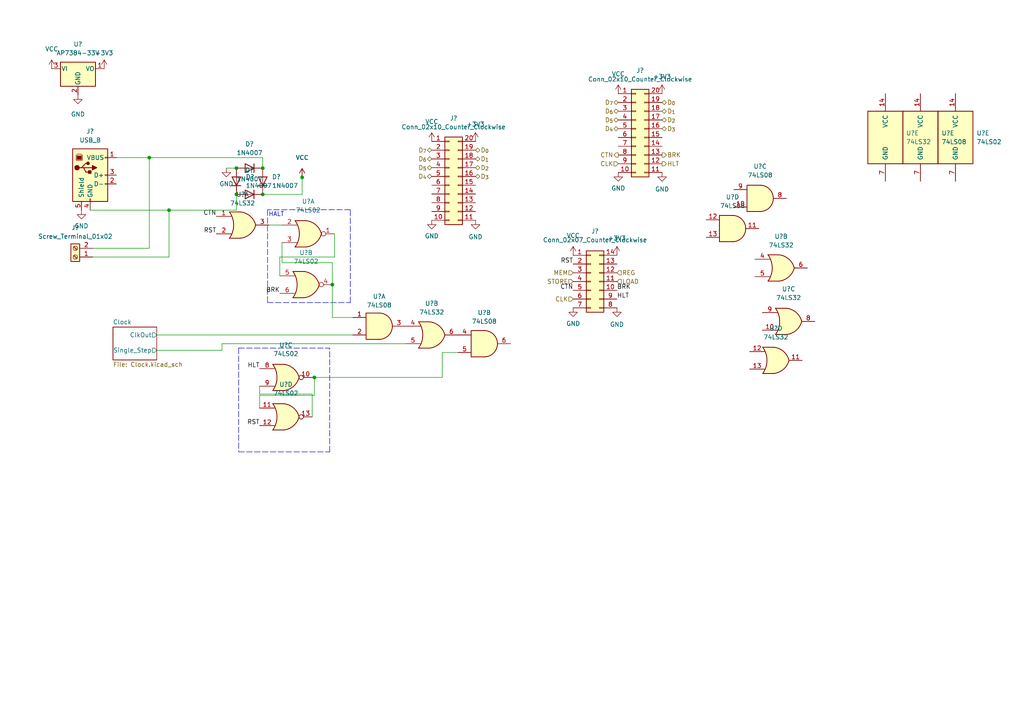
<source format=kicad_sch>
(kicad_sch (version 20211123) (generator eeschema)
  (paper "A4")
  (lib_symbols
    (symbol "74xx:74LS02" (pin_names (offset 1.016))
      (property "Reference" "U" (at 0 1.27 0))
      (property "Value" "74LS02" (at 0 -1.27 0))
      (symbol "74LS02_1_1"
        (arc (start -3.81 -3.81) (mid -2.589 0) (end -3.81 3.81) (stroke (width 0.254)))
        (arc (start -0.6096 -3.81) (mid 2.1855 -2.584) (end 3.81 0) (stroke (width 0.254)) (fill (type background)))
        (polyline (pts (xy -3.81 -3.81) (xy -0.635 -3.81)) (stroke (width 0.254)) (fill (type background)))
        (polyline (pts (xy -3.81 3.81) (xy -0.635 3.81)) (stroke (width 0.254)) (fill (type background)))
        (polyline (pts (xy -0.635 3.81) (xy -3.81 3.81) (xy -3.81 3.81) (xy -3.556 3.4036) (xy -3.0226 2.2606) (xy -2.6924 1.0414) (xy -2.6162 -0.254) (xy -2.7686 -1.4986) (xy -3.175 -2.7178) (xy -3.81 -3.81) (xy -3.81 -3.81) (xy -0.635 -3.81)) (stroke (width -25.4)) (fill (type background)))
        (arc (start 3.81 0) (mid 2.1928 2.5925) (end -0.6096 3.81) (stroke (width 0.254)) (fill (type background)))
        (pin output inverted (at 7.62 0 180) (length 3.81) (name "~") (number "1"))
        (pin input line (at -7.62 2.54 0) (length 4.318) (name "~") (number "2"))
        (pin input line (at -7.62 -2.54 0) (length 4.318) (name "~") (number "3"))
      )
      (symbol "74LS02_1_2"
        (arc (start 0 -3.81) (mid 3.81 0) (end 0 3.81) (stroke (width 0.254)) (fill (type background)))
        (polyline (pts (xy 0 3.81) (xy -3.81 3.81) (xy -3.81 -3.81) (xy 0 -3.81)) (stroke (width 0.254)) (fill (type background)))
        (pin output line (at 7.62 0 180) (length 3.81) (name "~") (number "1"))
        (pin input inverted (at -7.62 2.54 0) (length 3.81) (name "~") (number "2"))
        (pin input inverted (at -7.62 -2.54 0) (length 3.81) (name "~") (number "3"))
      )
      (symbol "74LS02_2_1"
        (arc (start -3.81 -3.81) (mid -2.589 0) (end -3.81 3.81) (stroke (width 0.254)))
        (arc (start -0.6096 -3.81) (mid 2.1855 -2.584) (end 3.81 0) (stroke (width 0.254)) (fill (type background)))
        (polyline (pts (xy -3.81 -3.81) (xy -0.635 -3.81)) (stroke (width 0.254)) (fill (type background)))
        (polyline (pts (xy -3.81 3.81) (xy -0.635 3.81)) (stroke (width 0.254)) (fill (type background)))
        (polyline (pts (xy -0.635 3.81) (xy -3.81 3.81) (xy -3.81 3.81) (xy -3.556 3.4036) (xy -3.0226 2.2606) (xy -2.6924 1.0414) (xy -2.6162 -0.254) (xy -2.7686 -1.4986) (xy -3.175 -2.7178) (xy -3.81 -3.81) (xy -3.81 -3.81) (xy -0.635 -3.81)) (stroke (width -25.4)) (fill (type background)))
        (arc (start 3.81 0) (mid 2.1928 2.5925) (end -0.6096 3.81) (stroke (width 0.254)) (fill (type background)))
        (pin output inverted (at 7.62 0 180) (length 3.81) (name "~") (number "4"))
        (pin input line (at -7.62 2.54 0) (length 4.318) (name "~") (number "5"))
        (pin input line (at -7.62 -2.54 0) (length 4.318) (name "~") (number "6"))
      )
      (symbol "74LS02_2_2"
        (arc (start 0 -3.81) (mid 3.81 0) (end 0 3.81) (stroke (width 0.254)) (fill (type background)))
        (polyline (pts (xy 0 3.81) (xy -3.81 3.81) (xy -3.81 -3.81) (xy 0 -3.81)) (stroke (width 0.254)) (fill (type background)))
        (pin output line (at 7.62 0 180) (length 3.81) (name "~") (number "4"))
        (pin input inverted (at -7.62 2.54 0) (length 3.81) (name "~") (number "5"))
        (pin input inverted (at -7.62 -2.54 0) (length 3.81) (name "~") (number "6"))
      )
      (symbol "74LS02_3_1"
        (arc (start -3.81 -3.81) (mid -2.589 0) (end -3.81 3.81) (stroke (width 0.254)))
        (arc (start -0.6096 -3.81) (mid 2.1855 -2.584) (end 3.81 0) (stroke (width 0.254)) (fill (type background)))
        (polyline (pts (xy -3.81 -3.81) (xy -0.635 -3.81)) (stroke (width 0.254)) (fill (type background)))
        (polyline (pts (xy -3.81 3.81) (xy -0.635 3.81)) (stroke (width 0.254)) (fill (type background)))
        (polyline (pts (xy -0.635 3.81) (xy -3.81 3.81) (xy -3.81 3.81) (xy -3.556 3.4036) (xy -3.0226 2.2606) (xy -2.6924 1.0414) (xy -2.6162 -0.254) (xy -2.7686 -1.4986) (xy -3.175 -2.7178) (xy -3.81 -3.81) (xy -3.81 -3.81) (xy -0.635 -3.81)) (stroke (width -25.4)) (fill (type background)))
        (arc (start 3.81 0) (mid 2.1928 2.5925) (end -0.6096 3.81) (stroke (width 0.254)) (fill (type background)))
        (pin output inverted (at 7.62 0 180) (length 3.81) (name "~") (number "10"))
        (pin input line (at -7.62 2.54 0) (length 4.318) (name "~") (number "8"))
        (pin input line (at -7.62 -2.54 0) (length 4.318) (name "~") (number "9"))
      )
      (symbol "74LS02_3_2"
        (arc (start 0 -3.81) (mid 3.81 0) (end 0 3.81) (stroke (width 0.254)) (fill (type background)))
        (polyline (pts (xy 0 3.81) (xy -3.81 3.81) (xy -3.81 -3.81) (xy 0 -3.81)) (stroke (width 0.254)) (fill (type background)))
        (pin output line (at 7.62 0 180) (length 3.81) (name "~") (number "10"))
        (pin input inverted (at -7.62 2.54 0) (length 3.81) (name "~") (number "8"))
        (pin input inverted (at -7.62 -2.54 0) (length 3.81) (name "~") (number "9"))
      )
      (symbol "74LS02_4_1"
        (arc (start -3.81 -3.81) (mid -2.589 0) (end -3.81 3.81) (stroke (width 0.254)))
        (arc (start -0.6096 -3.81) (mid 2.1855 -2.584) (end 3.81 0) (stroke (width 0.254)) (fill (type background)))
        (polyline (pts (xy -3.81 -3.81) (xy -0.635 -3.81)) (stroke (width 0.254)) (fill (type background)))
        (polyline (pts (xy -3.81 3.81) (xy -0.635 3.81)) (stroke (width 0.254)) (fill (type background)))
        (polyline (pts (xy -0.635 3.81) (xy -3.81 3.81) (xy -3.81 3.81) (xy -3.556 3.4036) (xy -3.0226 2.2606) (xy -2.6924 1.0414) (xy -2.6162 -0.254) (xy -2.7686 -1.4986) (xy -3.175 -2.7178) (xy -3.81 -3.81) (xy -3.81 -3.81) (xy -0.635 -3.81)) (stroke (width -25.4)) (fill (type background)))
        (arc (start 3.81 0) (mid 2.1928 2.5925) (end -0.6096 3.81) (stroke (width 0.254)) (fill (type background)))
        (pin input line (at -7.62 2.54 0) (length 4.318) (name "~") (number "11"))
        (pin input line (at -7.62 -2.54 0) (length 4.318) (name "~") (number "12"))
        (pin output inverted (at 7.62 0 180) (length 3.81) (name "~") (number "13"))
      )
      (symbol "74LS02_4_2"
        (arc (start 0 -3.81) (mid 3.81 0) (end 0 3.81) (stroke (width 0.254)) (fill (type background)))
        (polyline (pts (xy 0 3.81) (xy -3.81 3.81) (xy -3.81 -3.81) (xy 0 -3.81)) (stroke (width 0.254)) (fill (type background)))
        (pin input inverted (at -7.62 2.54 0) (length 3.81) (name "~") (number "11"))
        (pin input inverted (at -7.62 -2.54 0) (length 3.81) (name "~") (number "12"))
        (pin output line (at 7.62 0 180) (length 3.81) (name "~") (number "13"))
      )
      (symbol "74LS02_5_0"
        (pin power_in line (at 0 12.7 270) (length 5.08) (name "VCC") (number "14"))
        (pin power_in line (at 0 -12.7 90) (length 5.08) (name "GND") (number "7"))
      )
      (symbol "74LS02_5_1"
        (rectangle (start -5.08 7.62) (end 5.08 -7.62) (stroke (width 0.254)) (fill (type background)))
      )
    )
    (symbol "74xx:74LS08" (pin_names (offset 1.016))
      (property "Reference" "U" (at 0 1.27 0))
      (property "Value" "74LS08" (at 0 -1.27 0))
      (symbol "74LS08_1_1"
        (arc (start 0 -3.81) (mid 3.81 0) (end 0 3.81) (stroke (width 0.254)) (fill (type background)))
        (polyline (pts (xy 0 3.81) (xy -3.81 3.81) (xy -3.81 -3.81) (xy 0 -3.81)) (stroke (width 0.254)) (fill (type background)))
        (pin input line (at -7.62 2.54 0) (length 3.81) (name "~") (number "1"))
        (pin input line (at -7.62 -2.54 0) (length 3.81) (name "~") (number "2"))
        (pin output line (at 7.62 0 180) (length 3.81) (name "~") (number "3"))
      )
      (symbol "74LS08_1_2"
        (arc (start -3.81 -3.81) (mid -2.589 0) (end -3.81 3.81) (stroke (width 0.254)))
        (arc (start -0.6096 -3.81) (mid 2.1855 -2.584) (end 3.81 0) (stroke (width 0.254)) (fill (type background)))
        (polyline (pts (xy -3.81 -3.81) (xy -0.635 -3.81)) (stroke (width 0.254)) (fill (type background)))
        (polyline (pts (xy -3.81 3.81) (xy -0.635 3.81)) (stroke (width 0.254)) (fill (type background)))
        (polyline (pts (xy -0.635 3.81) (xy -3.81 3.81) (xy -3.81 3.81) (xy -3.556 3.4036) (xy -3.0226 2.2606) (xy -2.6924 1.0414) (xy -2.6162 -0.254) (xy -2.7686 -1.4986) (xy -3.175 -2.7178) (xy -3.81 -3.81) (xy -3.81 -3.81) (xy -0.635 -3.81)) (stroke (width -25.4)) (fill (type background)))
        (arc (start 3.81 0) (mid 2.1928 2.5925) (end -0.6096 3.81) (stroke (width 0.254)) (fill (type background)))
        (pin input inverted (at -7.62 2.54 0) (length 4.318) (name "~") (number "1"))
        (pin input inverted (at -7.62 -2.54 0) (length 4.318) (name "~") (number "2"))
        (pin output inverted (at 7.62 0 180) (length 3.81) (name "~") (number "3"))
      )
      (symbol "74LS08_2_1"
        (arc (start 0 -3.81) (mid 3.81 0) (end 0 3.81) (stroke (width 0.254)) (fill (type background)))
        (polyline (pts (xy 0 3.81) (xy -3.81 3.81) (xy -3.81 -3.81) (xy 0 -3.81)) (stroke (width 0.254)) (fill (type background)))
        (pin input line (at -7.62 2.54 0) (length 3.81) (name "~") (number "4"))
        (pin input line (at -7.62 -2.54 0) (length 3.81) (name "~") (number "5"))
        (pin output line (at 7.62 0 180) (length 3.81) (name "~") (number "6"))
      )
      (symbol "74LS08_2_2"
        (arc (start -3.81 -3.81) (mid -2.589 0) (end -3.81 3.81) (stroke (width 0.254)))
        (arc (start -0.6096 -3.81) (mid 2.1855 -2.584) (end 3.81 0) (stroke (width 0.254)) (fill (type background)))
        (polyline (pts (xy -3.81 -3.81) (xy -0.635 -3.81)) (stroke (width 0.254)) (fill (type background)))
        (polyline (pts (xy -3.81 3.81) (xy -0.635 3.81)) (stroke (width 0.254)) (fill (type background)))
        (polyline (pts (xy -0.635 3.81) (xy -3.81 3.81) (xy -3.81 3.81) (xy -3.556 3.4036) (xy -3.0226 2.2606) (xy -2.6924 1.0414) (xy -2.6162 -0.254) (xy -2.7686 -1.4986) (xy -3.175 -2.7178) (xy -3.81 -3.81) (xy -3.81 -3.81) (xy -0.635 -3.81)) (stroke (width -25.4)) (fill (type background)))
        (arc (start 3.81 0) (mid 2.1928 2.5925) (end -0.6096 3.81) (stroke (width 0.254)) (fill (type background)))
        (pin input inverted (at -7.62 2.54 0) (length 4.318) (name "~") (number "4"))
        (pin input inverted (at -7.62 -2.54 0) (length 4.318) (name "~") (number "5"))
        (pin output inverted (at 7.62 0 180) (length 3.81) (name "~") (number "6"))
      )
      (symbol "74LS08_3_1"
        (arc (start 0 -3.81) (mid 3.81 0) (end 0 3.81) (stroke (width 0.254)) (fill (type background)))
        (polyline (pts (xy 0 3.81) (xy -3.81 3.81) (xy -3.81 -3.81) (xy 0 -3.81)) (stroke (width 0.254)) (fill (type background)))
        (pin input line (at -7.62 -2.54 0) (length 3.81) (name "~") (number "10"))
        (pin output line (at 7.62 0 180) (length 3.81) (name "~") (number "8"))
        (pin input line (at -7.62 2.54 0) (length 3.81) (name "~") (number "9"))
      )
      (symbol "74LS08_3_2"
        (arc (start -3.81 -3.81) (mid -2.589 0) (end -3.81 3.81) (stroke (width 0.254)))
        (arc (start -0.6096 -3.81) (mid 2.1855 -2.584) (end 3.81 0) (stroke (width 0.254)) (fill (type background)))
        (polyline (pts (xy -3.81 -3.81) (xy -0.635 -3.81)) (stroke (width 0.254)) (fill (type background)))
        (polyline (pts (xy -3.81 3.81) (xy -0.635 3.81)) (stroke (width 0.254)) (fill (type background)))
        (polyline (pts (xy -0.635 3.81) (xy -3.81 3.81) (xy -3.81 3.81) (xy -3.556 3.4036) (xy -3.0226 2.2606) (xy -2.6924 1.0414) (xy -2.6162 -0.254) (xy -2.7686 -1.4986) (xy -3.175 -2.7178) (xy -3.81 -3.81) (xy -3.81 -3.81) (xy -0.635 -3.81)) (stroke (width -25.4)) (fill (type background)))
        (arc (start 3.81 0) (mid 2.1928 2.5925) (end -0.6096 3.81) (stroke (width 0.254)) (fill (type background)))
        (pin input inverted (at -7.62 -2.54 0) (length 4.318) (name "~") (number "10"))
        (pin output inverted (at 7.62 0 180) (length 3.81) (name "~") (number "8"))
        (pin input inverted (at -7.62 2.54 0) (length 4.318) (name "~") (number "9"))
      )
      (symbol "74LS08_4_1"
        (arc (start 0 -3.81) (mid 3.81 0) (end 0 3.81) (stroke (width 0.254)) (fill (type background)))
        (polyline (pts (xy 0 3.81) (xy -3.81 3.81) (xy -3.81 -3.81) (xy 0 -3.81)) (stroke (width 0.254)) (fill (type background)))
        (pin output line (at 7.62 0 180) (length 3.81) (name "~") (number "11"))
        (pin input line (at -7.62 2.54 0) (length 3.81) (name "~") (number "12"))
        (pin input line (at -7.62 -2.54 0) (length 3.81) (name "~") (number "13"))
      )
      (symbol "74LS08_4_2"
        (arc (start -3.81 -3.81) (mid -2.589 0) (end -3.81 3.81) (stroke (width 0.254)))
        (arc (start -0.6096 -3.81) (mid 2.1855 -2.584) (end 3.81 0) (stroke (width 0.254)) (fill (type background)))
        (polyline (pts (xy -3.81 -3.81) (xy -0.635 -3.81)) (stroke (width 0.254)) (fill (type background)))
        (polyline (pts (xy -3.81 3.81) (xy -0.635 3.81)) (stroke (width 0.254)) (fill (type background)))
        (polyline (pts (xy -0.635 3.81) (xy -3.81 3.81) (xy -3.81 3.81) (xy -3.556 3.4036) (xy -3.0226 2.2606) (xy -2.6924 1.0414) (xy -2.6162 -0.254) (xy -2.7686 -1.4986) (xy -3.175 -2.7178) (xy -3.81 -3.81) (xy -3.81 -3.81) (xy -0.635 -3.81)) (stroke (width -25.4)) (fill (type background)))
        (arc (start 3.81 0) (mid 2.1928 2.5925) (end -0.6096 3.81) (stroke (width 0.254)) (fill (type background)))
        (pin output inverted (at 7.62 0 180) (length 3.81) (name "~") (number "11"))
        (pin input inverted (at -7.62 2.54 0) (length 4.318) (name "~") (number "12"))
        (pin input inverted (at -7.62 -2.54 0) (length 4.318) (name "~") (number "13"))
      )
      (symbol "74LS08_5_0"
        (pin power_in line (at 0 12.7 270) (length 5.08) (name "VCC") (number "14"))
        (pin power_in line (at 0 -12.7 90) (length 5.08) (name "GND") (number "7"))
      )
      (symbol "74LS08_5_1"
        (rectangle (start -5.08 7.62) (end 5.08 -7.62) (stroke (width 0.254)) (fill (type background)))
      )
    )
    (symbol "74xx:74LS32" (pin_names (offset 1.016))
      (property "Reference" "U" (at 0 1.27 0))
      (property "Value" "74LS32" (at 0 -1.27 0))
      (symbol "74LS32_1_1"
        (arc (start -3.81 -3.81) (mid -2.589 0) (end -3.81 3.81) (stroke (width 0.254)))
        (arc (start -0.6096 -3.81) (mid 2.1855 -2.584) (end 3.81 0) (stroke (width 0.254)) (fill (type background)))
        (polyline (pts (xy -3.81 -3.81) (xy -0.635 -3.81)) (stroke (width 0.254)) (fill (type background)))
        (polyline (pts (xy -3.81 3.81) (xy -0.635 3.81)) (stroke (width 0.254)) (fill (type background)))
        (polyline (pts (xy -0.635 3.81) (xy -3.81 3.81) (xy -3.81 3.81) (xy -3.556 3.4036) (xy -3.0226 2.2606) (xy -2.6924 1.0414) (xy -2.6162 -0.254) (xy -2.7686 -1.4986) (xy -3.175 -2.7178) (xy -3.81 -3.81) (xy -3.81 -3.81) (xy -0.635 -3.81)) (stroke (width -25.4)) (fill (type background)))
        (arc (start 3.81 0) (mid 2.1928 2.5925) (end -0.6096 3.81) (stroke (width 0.254)) (fill (type background)))
        (pin input line (at -7.62 2.54 0) (length 4.318) (name "~") (number "1"))
        (pin input line (at -7.62 -2.54 0) (length 4.318) (name "~") (number "2"))
        (pin output line (at 7.62 0 180) (length 3.81) (name "~") (number "3"))
      )
      (symbol "74LS32_1_2"
        (arc (start 0 -3.81) (mid 3.81 0) (end 0 3.81) (stroke (width 0.254)) (fill (type background)))
        (polyline (pts (xy 0 3.81) (xy -3.81 3.81) (xy -3.81 -3.81) (xy 0 -3.81)) (stroke (width 0.254)) (fill (type background)))
        (pin input inverted (at -7.62 2.54 0) (length 3.81) (name "~") (number "1"))
        (pin input inverted (at -7.62 -2.54 0) (length 3.81) (name "~") (number "2"))
        (pin output inverted (at 7.62 0 180) (length 3.81) (name "~") (number "3"))
      )
      (symbol "74LS32_2_1"
        (arc (start -3.81 -3.81) (mid -2.589 0) (end -3.81 3.81) (stroke (width 0.254)))
        (arc (start -0.6096 -3.81) (mid 2.1855 -2.584) (end 3.81 0) (stroke (width 0.254)) (fill (type background)))
        (polyline (pts (xy -3.81 -3.81) (xy -0.635 -3.81)) (stroke (width 0.254)) (fill (type background)))
        (polyline (pts (xy -3.81 3.81) (xy -0.635 3.81)) (stroke (width 0.254)) (fill (type background)))
        (polyline (pts (xy -0.635 3.81) (xy -3.81 3.81) (xy -3.81 3.81) (xy -3.556 3.4036) (xy -3.0226 2.2606) (xy -2.6924 1.0414) (xy -2.6162 -0.254) (xy -2.7686 -1.4986) (xy -3.175 -2.7178) (xy -3.81 -3.81) (xy -3.81 -3.81) (xy -0.635 -3.81)) (stroke (width -25.4)) (fill (type background)))
        (arc (start 3.81 0) (mid 2.1928 2.5925) (end -0.6096 3.81) (stroke (width 0.254)) (fill (type background)))
        (pin input line (at -7.62 2.54 0) (length 4.318) (name "~") (number "4"))
        (pin input line (at -7.62 -2.54 0) (length 4.318) (name "~") (number "5"))
        (pin output line (at 7.62 0 180) (length 3.81) (name "~") (number "6"))
      )
      (symbol "74LS32_2_2"
        (arc (start 0 -3.81) (mid 3.81 0) (end 0 3.81) (stroke (width 0.254)) (fill (type background)))
        (polyline (pts (xy 0 3.81) (xy -3.81 3.81) (xy -3.81 -3.81) (xy 0 -3.81)) (stroke (width 0.254)) (fill (type background)))
        (pin input inverted (at -7.62 2.54 0) (length 3.81) (name "~") (number "4"))
        (pin input inverted (at -7.62 -2.54 0) (length 3.81) (name "~") (number "5"))
        (pin output inverted (at 7.62 0 180) (length 3.81) (name "~") (number "6"))
      )
      (symbol "74LS32_3_1"
        (arc (start -3.81 -3.81) (mid -2.589 0) (end -3.81 3.81) (stroke (width 0.254)))
        (arc (start -0.6096 -3.81) (mid 2.1855 -2.584) (end 3.81 0) (stroke (width 0.254)) (fill (type background)))
        (polyline (pts (xy -3.81 -3.81) (xy -0.635 -3.81)) (stroke (width 0.254)) (fill (type background)))
        (polyline (pts (xy -3.81 3.81) (xy -0.635 3.81)) (stroke (width 0.254)) (fill (type background)))
        (polyline (pts (xy -0.635 3.81) (xy -3.81 3.81) (xy -3.81 3.81) (xy -3.556 3.4036) (xy -3.0226 2.2606) (xy -2.6924 1.0414) (xy -2.6162 -0.254) (xy -2.7686 -1.4986) (xy -3.175 -2.7178) (xy -3.81 -3.81) (xy -3.81 -3.81) (xy -0.635 -3.81)) (stroke (width -25.4)) (fill (type background)))
        (arc (start 3.81 0) (mid 2.1928 2.5925) (end -0.6096 3.81) (stroke (width 0.254)) (fill (type background)))
        (pin input line (at -7.62 -2.54 0) (length 4.318) (name "~") (number "10"))
        (pin output line (at 7.62 0 180) (length 3.81) (name "~") (number "8"))
        (pin input line (at -7.62 2.54 0) (length 4.318) (name "~") (number "9"))
      )
      (symbol "74LS32_3_2"
        (arc (start 0 -3.81) (mid 3.81 0) (end 0 3.81) (stroke (width 0.254)) (fill (type background)))
        (polyline (pts (xy 0 3.81) (xy -3.81 3.81) (xy -3.81 -3.81) (xy 0 -3.81)) (stroke (width 0.254)) (fill (type background)))
        (pin input inverted (at -7.62 -2.54 0) (length 3.81) (name "~") (number "10"))
        (pin output inverted (at 7.62 0 180) (length 3.81) (name "~") (number "8"))
        (pin input inverted (at -7.62 2.54 0) (length 3.81) (name "~") (number "9"))
      )
      (symbol "74LS32_4_1"
        (arc (start -3.81 -3.81) (mid -2.589 0) (end -3.81 3.81) (stroke (width 0.254)))
        (arc (start -0.6096 -3.81) (mid 2.1855 -2.584) (end 3.81 0) (stroke (width 0.254)) (fill (type background)))
        (polyline (pts (xy -3.81 -3.81) (xy -0.635 -3.81)) (stroke (width 0.254)) (fill (type background)))
        (polyline (pts (xy -3.81 3.81) (xy -0.635 3.81)) (stroke (width 0.254)) (fill (type background)))
        (polyline (pts (xy -0.635 3.81) (xy -3.81 3.81) (xy -3.81 3.81) (xy -3.556 3.4036) (xy -3.0226 2.2606) (xy -2.6924 1.0414) (xy -2.6162 -0.254) (xy -2.7686 -1.4986) (xy -3.175 -2.7178) (xy -3.81 -3.81) (xy -3.81 -3.81) (xy -0.635 -3.81)) (stroke (width -25.4)) (fill (type background)))
        (arc (start 3.81 0) (mid 2.1928 2.5925) (end -0.6096 3.81) (stroke (width 0.254)) (fill (type background)))
        (pin output line (at 7.62 0 180) (length 3.81) (name "~") (number "11"))
        (pin input line (at -7.62 2.54 0) (length 4.318) (name "~") (number "12"))
        (pin input line (at -7.62 -2.54 0) (length 4.318) (name "~") (number "13"))
      )
      (symbol "74LS32_4_2"
        (arc (start 0 -3.81) (mid 3.81 0) (end 0 3.81) (stroke (width 0.254)) (fill (type background)))
        (polyline (pts (xy 0 3.81) (xy -3.81 3.81) (xy -3.81 -3.81) (xy 0 -3.81)) (stroke (width 0.254)) (fill (type background)))
        (pin output inverted (at 7.62 0 180) (length 3.81) (name "~") (number "11"))
        (pin input inverted (at -7.62 2.54 0) (length 3.81) (name "~") (number "12"))
        (pin input inverted (at -7.62 -2.54 0) (length 3.81) (name "~") (number "13"))
      )
      (symbol "74LS32_5_0"
        (pin power_in line (at 0 12.7 270) (length 5.08) (name "VCC") (number "14"))
        (pin power_in line (at 0 -12.7 90) (length 5.08) (name "GND") (number "7"))
      )
      (symbol "74LS32_5_1"
        (rectangle (start -5.08 7.62) (end 5.08 -7.62) (stroke (width 0.254)) (fill (type background)))
      )
    )
    (symbol "Connector:Screw_Terminal_01x02" (pin_names (offset 1.016) hide)
      (property "Reference" "J" (at 0 2.54 0))
      (property "Value" "Screw_Terminal_01x02" (at 0 -5.08 0))
      (symbol "Screw_Terminal_01x02_1_1"
        (rectangle (start -1.27 1.27) (end 1.27 -3.81) (stroke (width 0.254)) (fill (type background)))
        (circle (center 0 -2.54) (radius 0.635) (stroke (width 0.1524)))
        (polyline (pts (xy -0.5334 -2.2098) (xy 0.3302 -3.048)) (stroke (width 0.1524)))
        (polyline (pts (xy -0.5334 0.3302) (xy 0.3302 -0.508)) (stroke (width 0.1524)))
        (polyline (pts (xy -0.3556 -2.032) (xy 0.508 -2.8702)) (stroke (width 0.1524)))
        (polyline (pts (xy -0.3556 0.508) (xy 0.508 -0.3302)) (stroke (width 0.1524)))
        (circle (center 0 0) (radius 0.635) (stroke (width 0.1524)))
        (pin passive line (at -5.08 0 0) (length 3.81) (name "Pin_1") (number "1"))
        (pin passive line (at -5.08 -2.54 0) (length 3.81) (name "Pin_2") (number "2"))
      )
    )
    (symbol "Connector:USB_B" (pin_names (offset 1.016))
      (property "Reference" "J" (at -5.08 11.43 0))
      (property "Value" "USB_B" (at -5.08 8.89 0))
      (symbol "USB_B_0_1"
        (rectangle (start -5.08 -7.62) (end 5.08 7.62) (stroke (width 0.254)) (fill (type background)))
        (circle (center -3.81 2.159) (radius 0.635) (stroke (width 0.254)) (fill (type outline)))
        (rectangle (start -3.81 5.588) (end -2.54 4.572) (fill (type outline)))
        (circle (center -0.635 3.429) (radius 0.381) (stroke (width 0.254)) (fill (type outline)))
        (rectangle (start -0.127 -7.62) (end 0.127 -6.858))
        (polyline (pts (xy -1.905 2.159) (xy 0.635 2.159)) (stroke (width 0.254)))
        (polyline (pts (xy -3.175 2.159) (xy -2.54 2.159) (xy -1.27 3.429) (xy -0.635 3.429)) (stroke (width 0.254)))
        (polyline (pts (xy -2.54 2.159) (xy -1.905 2.159) (xy -1.27 0.889) (xy 0 0.889)) (stroke (width 0.254)))
        (polyline (pts (xy 0.635 2.794) (xy 0.635 1.524) (xy 1.905 2.159) (xy 0.635 2.794)) (stroke (width 0.254)) (fill (type outline)))
        (polyline (pts (xy -4.064 4.318) (xy -2.286 4.318) (xy -2.286 5.715) (xy -2.667 6.096) (xy -3.683 6.096) (xy -4.064 5.715) (xy -4.064 4.318)))
        (rectangle (start 0.254 1.27) (end -0.508 0.508) (stroke (width 0.254)) (fill (type outline)))
        (rectangle (start 5.08 -2.667) (end 4.318 -2.413))
        (rectangle (start 5.08 -0.127) (end 4.318 0.127))
        (rectangle (start 5.08 4.953) (end 4.318 5.207))
      )
      (symbol "USB_B_1_1"
        (pin power_out line (at 7.62 5.08 180) (length 2.54) (name "VBUS") (number "1"))
        (pin bidirectional line (at 7.62 -2.54 180) (length 2.54) (name "D-") (number "2"))
        (pin bidirectional line (at 7.62 0 180) (length 2.54) (name "D+") (number "3"))
        (pin power_out line (at 0 -10.16 90) (length 2.54) (name "GND") (number "4"))
        (pin passive line (at -2.54 -10.16 90) (length 2.54) (name "Shield") (number "5"))
      )
    )
    (symbol "Connector_Generic:Conn_02x07_Counter_Clockwise" (pin_names (offset 1.016) hide)
      (property "Reference" "J" (at 1.27 10.16 0))
      (property "Value" "Conn_02x07_Counter_Clockwise" (at 1.27 -10.16 0))
      (symbol "Conn_02x07_Counter_Clockwise_1_1"
        (rectangle (start -1.27 -7.493) (end 0 -7.747) (stroke (width 0.1524)))
        (rectangle (start -1.27 -4.953) (end 0 -5.207) (stroke (width 0.1524)))
        (rectangle (start -1.27 -2.413) (end 0 -2.667) (stroke (width 0.1524)))
        (rectangle (start -1.27 0.127) (end 0 -0.127) (stroke (width 0.1524)))
        (rectangle (start -1.27 2.667) (end 0 2.413) (stroke (width 0.1524)))
        (rectangle (start -1.27 5.207) (end 0 4.953) (stroke (width 0.1524)))
        (rectangle (start -1.27 7.747) (end 0 7.493) (stroke (width 0.1524)))
        (rectangle (start -1.27 8.89) (end 3.81 -8.89) (stroke (width 0.254)) (fill (type background)))
        (rectangle (start 3.81 -7.493) (end 2.54 -7.747) (stroke (width 0.1524)))
        (rectangle (start 3.81 -4.953) (end 2.54 -5.207) (stroke (width 0.1524)))
        (rectangle (start 3.81 -2.413) (end 2.54 -2.667) (stroke (width 0.1524)))
        (rectangle (start 3.81 0.127) (end 2.54 -0.127) (stroke (width 0.1524)))
        (rectangle (start 3.81 2.667) (end 2.54 2.413) (stroke (width 0.1524)))
        (rectangle (start 3.81 5.207) (end 2.54 4.953) (stroke (width 0.1524)))
        (rectangle (start 3.81 7.747) (end 2.54 7.493) (stroke (width 0.1524)))
        (pin passive line (at -5.08 7.62 0) (length 3.81) (name "Pin_1") (number "1"))
        (pin passive line (at 7.62 -2.54 180) (length 3.81) (name "Pin_10") (number "10"))
        (pin passive line (at 7.62 0 180) (length 3.81) (name "Pin_11") (number "11"))
        (pin passive line (at 7.62 2.54 180) (length 3.81) (name "Pin_12") (number "12"))
        (pin passive line (at 7.62 5.08 180) (length 3.81) (name "Pin_13") (number "13"))
        (pin passive line (at 7.62 7.62 180) (length 3.81) (name "Pin_14") (number "14"))
        (pin passive line (at -5.08 5.08 0) (length 3.81) (name "Pin_2") (number "2"))
        (pin passive line (at -5.08 2.54 0) (length 3.81) (name "Pin_3") (number "3"))
        (pin passive line (at -5.08 0 0) (length 3.81) (name "Pin_4") (number "4"))
        (pin passive line (at -5.08 -2.54 0) (length 3.81) (name "Pin_5") (number "5"))
        (pin passive line (at -5.08 -5.08 0) (length 3.81) (name "Pin_6") (number "6"))
        (pin passive line (at -5.08 -7.62 0) (length 3.81) (name "Pin_7") (number "7"))
        (pin passive line (at 7.62 -7.62 180) (length 3.81) (name "Pin_8") (number "8"))
        (pin passive line (at 7.62 -5.08 180) (length 3.81) (name "Pin_9") (number "9"))
      )
    )
    (symbol "Connector_Generic:Conn_02x10_Counter_Clockwise" (pin_names (offset 1.016) hide)
      (property "Reference" "J" (at 1.27 12.7 0))
      (property "Value" "Conn_02x10_Counter_Clockwise" (at 1.27 -15.24 0))
      (symbol "Conn_02x10_Counter_Clockwise_1_1"
        (rectangle (start -1.27 -12.573) (end 0 -12.827) (stroke (width 0.1524)))
        (rectangle (start -1.27 -10.033) (end 0 -10.287) (stroke (width 0.1524)))
        (rectangle (start -1.27 -7.493) (end 0 -7.747) (stroke (width 0.1524)))
        (rectangle (start -1.27 -4.953) (end 0 -5.207) (stroke (width 0.1524)))
        (rectangle (start -1.27 -2.413) (end 0 -2.667) (stroke (width 0.1524)))
        (rectangle (start -1.27 0.127) (end 0 -0.127) (stroke (width 0.1524)))
        (rectangle (start -1.27 2.667) (end 0 2.413) (stroke (width 0.1524)))
        (rectangle (start -1.27 5.207) (end 0 4.953) (stroke (width 0.1524)))
        (rectangle (start -1.27 7.747) (end 0 7.493) (stroke (width 0.1524)))
        (rectangle (start -1.27 10.287) (end 0 10.033) (stroke (width 0.1524)))
        (rectangle (start -1.27 11.43) (end 3.81 -13.97) (stroke (width 0.254)) (fill (type background)))
        (rectangle (start 3.81 -12.573) (end 2.54 -12.827) (stroke (width 0.1524)))
        (rectangle (start 3.81 -10.033) (end 2.54 -10.287) (stroke (width 0.1524)))
        (rectangle (start 3.81 -7.493) (end 2.54 -7.747) (stroke (width 0.1524)))
        (rectangle (start 3.81 -4.953) (end 2.54 -5.207) (stroke (width 0.1524)))
        (rectangle (start 3.81 -2.413) (end 2.54 -2.667) (stroke (width 0.1524)))
        (rectangle (start 3.81 0.127) (end 2.54 -0.127) (stroke (width 0.1524)))
        (rectangle (start 3.81 2.667) (end 2.54 2.413) (stroke (width 0.1524)))
        (rectangle (start 3.81 5.207) (end 2.54 4.953) (stroke (width 0.1524)))
        (rectangle (start 3.81 7.747) (end 2.54 7.493) (stroke (width 0.1524)))
        (rectangle (start 3.81 10.287) (end 2.54 10.033) (stroke (width 0.1524)))
        (pin passive line (at -5.08 10.16 0) (length 3.81) (name "Pin_1") (number "1"))
        (pin passive line (at -5.08 -12.7 0) (length 3.81) (name "Pin_10") (number "10"))
        (pin passive line (at 7.62 -12.7 180) (length 3.81) (name "Pin_11") (number "11"))
        (pin passive line (at 7.62 -10.16 180) (length 3.81) (name "Pin_12") (number "12"))
        (pin passive line (at 7.62 -7.62 180) (length 3.81) (name "Pin_13") (number "13"))
        (pin passive line (at 7.62 -5.08 180) (length 3.81) (name "Pin_14") (number "14"))
        (pin passive line (at 7.62 -2.54 180) (length 3.81) (name "Pin_15") (number "15"))
        (pin passive line (at 7.62 0 180) (length 3.81) (name "Pin_16") (number "16"))
        (pin passive line (at 7.62 2.54 180) (length 3.81) (name "Pin_17") (number "17"))
        (pin passive line (at 7.62 5.08 180) (length 3.81) (name "Pin_18") (number "18"))
        (pin passive line (at 7.62 7.62 180) (length 3.81) (name "Pin_19") (number "19"))
        (pin passive line (at -5.08 7.62 0) (length 3.81) (name "Pin_2") (number "2"))
        (pin passive line (at 7.62 10.16 180) (length 3.81) (name "Pin_20") (number "20"))
        (pin passive line (at -5.08 5.08 0) (length 3.81) (name "Pin_3") (number "3"))
        (pin passive line (at -5.08 2.54 0) (length 3.81) (name "Pin_4") (number "4"))
        (pin passive line (at -5.08 0 0) (length 3.81) (name "Pin_5") (number "5"))
        (pin passive line (at -5.08 -2.54 0) (length 3.81) (name "Pin_6") (number "6"))
        (pin passive line (at -5.08 -5.08 0) (length 3.81) (name "Pin_7") (number "7"))
        (pin passive line (at -5.08 -7.62 0) (length 3.81) (name "Pin_8") (number "8"))
        (pin passive line (at -5.08 -10.16 0) (length 3.81) (name "Pin_9") (number "9"))
      )
    )
    (symbol "Diode:1N4007" (pin_numbers hide) (pin_names (offset 1.016) hide)
      (property "Reference" "D" (at 0 2.54 0))
      (property "Value" "1N4007" (at 0 -2.54 0))
      (symbol "1N4007_0_1"
        (polyline (pts (xy -1.27 1.27) (xy -1.27 -1.27)) (stroke (width 0.254)))
        (polyline (pts (xy 1.27 0) (xy -1.27 0)))
        (polyline (pts (xy 1.27 1.27) (xy 1.27 -1.27) (xy -1.27 0) (xy 1.27 1.27)) (stroke (width 0.254)))
      )
      (symbol "1N4007_1_1"
        (pin passive line (at -3.81 0 0) (length 2.54) (name "K") (number "1"))
        (pin passive line (at 3.81 0 180) (length 2.54) (name "A") (number "2"))
      )
    )
    (symbol "Regulator_Linear:AP7384-33V" (pin_names (offset 0.254))
      (property "Reference" "U" (at -3.81 3.175 0))
      (property "Value" "AP7384-33V" (at 0 3.175 0))
      (symbol "AP7384-33V_0_1"
        (rectangle (start -5.08 1.905) (end 5.08 -5.08) (stroke (width 0.254)) (fill (type background)))
      )
      (symbol "AP7384-33V_1_1"
        (pin power_out line (at 7.62 0 180) (length 2.54) (name "VO") (number "1"))
        (pin power_in line (at 0 -7.62 90) (length 2.54) (name "GND") (number "2"))
        (pin power_in line (at -7.62 0 0) (length 2.54) (name "VI") (number "3"))
      )
    )
    (symbol "power:+3.3V" (power) (pin_names (offset 0))
      (property "Value" "+3.3V" (at 0 3.556 0))
      (symbol "+3.3V_0_1"
        (polyline (pts (xy -0.762 1.27) (xy 0 2.54)))
        (polyline (pts (xy 0 0) (xy 0 2.54)))
        (polyline (pts (xy 0 2.54) (xy 0.762 1.27)))
      )
      (symbol "+3.3V_1_1"
        (pin power_in line (at 0 0 90) (length 0) hide (name "+3V3") (number "1"))
      )
    )
    (symbol "power:GND" (power) (pin_names (offset 0))
      (property "Value" "GND" (at 0 -3.81 0))
      (symbol "GND_0_1"
        (polyline (pts (xy 0 0) (xy 0 -1.27) (xy 1.27 -1.27) (xy 0 -2.54) (xy -1.27 -1.27) (xy 0 -1.27)))
      )
      (symbol "GND_1_1"
        (pin power_in line (at 0 0 270) (length 0) hide (name "GND") (number "1"))
      )
    )
    (symbol "power:VCC" (power) (pin_names (offset 0))
      (property "Value" "VCC" (at 0 3.81 0))
      (symbol "VCC_0_1"
        (polyline (pts (xy -0.762 1.27) (xy 0 2.54)))
        (polyline (pts (xy 0 0) (xy 0 2.54)))
        (polyline (pts (xy 0 2.54) (xy 0.762 1.27)))
      )
      (symbol "VCC_1_1"
        (pin power_in line (at 0 0 90) (length 0) hide (name "VCC") (number "1"))
      )
    )
  )
  (junction (at 76.2 48.768))
  (junction (at 87.63 51.435))
  (junction (at 68.58 48.768))
  (junction (at 43.307 45.72))
  (junction (at 49.022 60.96))
  (junction (at 91.186 109.474))
  (junction (at 96.393 82.55))
  (junction (at 76.2 56.388))
  (junction (at 68.58 56.388))
  (wire (pts (xy 90.551 114.3) (xy 90.551 120.904)))
  (wire (pts (xy 97.028 74.549) (xy 97.028 67.818)))
  (wire (pts (xy 91.186 109.474) (xy 90.551 109.474)))
  (wire (pts (xy 68.58 60.96) (xy 68.58 56.388)))
  (wire (pts (xy 45.466 101.6) (xy 64.389 101.6)))
  (polyline (pts (xy 77.597 87.757) (xy 101.6 87.757)))
  (wire (pts (xy 33.782 45.72) (xy 43.307 45.72)))
  (wire (pts (xy 26.162 60.96) (xy 49.022 60.96)))
  (wire (pts (xy 128.27 102.235) (xy 132.842 102.235)))
  (wire (pts (xy 75.311 114.681) (xy 91.186 114.681)))
  (wire (pts (xy 43.307 45.72) (xy 76.2 45.72)))
  (wire (pts (xy 43.307 72.009) (xy 43.307 45.72)))
  (polyline (pts (xy 77.597 60.833) (xy 77.597 87.757)))
  (polyline (pts (xy 95.631 131.064) (xy 95.631 100.965)))
  (wire (pts (xy 26.924 74.549) (xy 49.022 74.549)))
  (wire (pts (xy 64.389 99.695) (xy 117.602 99.695)))
  (wire (pts (xy 96.393 82.55) (xy 96.393 92.075)))
  (wire (pts (xy 96.393 76.2) (xy 96.393 82.55)))
  (polyline (pts (xy 101.6 87.757) (xy 101.6 60.833)))
  (polyline (pts (xy 69.215 100.965) (xy 95.631 100.965)))
  (wire (pts (xy 81.788 76.2) (xy 96.393 76.2)))
  (wire (pts (xy 128.27 109.474) (xy 128.27 102.235)))
  (wire (pts (xy 77.978 65.278) (xy 81.788 65.278)))
  (wire (pts (xy 91.186 114.681) (xy 91.186 109.474)))
  (polyline (pts (xy 101.6 60.833) (xy 77.597 60.833)))
  (wire (pts (xy 76.2 45.72) (xy 76.2 48.768)))
  (wire (pts (xy 75.311 114.3) (xy 90.551 114.3)))
  (wire (pts (xy 96.393 92.075) (xy 102.362 92.075)))
  (wire (pts (xy 81.788 70.358) (xy 81.788 76.2)))
  (wire (pts (xy 49.022 74.549) (xy 49.022 60.96)))
  (wire (pts (xy 45.466 97.155) (xy 102.362 97.155)))
  (wire (pts (xy 75.311 112.014) (xy 75.311 114.3)))
  (polyline (pts (xy 69.215 100.965) (xy 69.215 131.064)))
  (wire (pts (xy 65.659 48.768) (xy 68.58 48.768)))
  (wire (pts (xy 64.389 101.6) (xy 64.389 99.695)))
  (wire (pts (xy 91.186 109.474) (xy 128.27 109.474)))
  (wire (pts (xy 49.022 60.96) (xy 68.58 60.96)))
  (polyline (pts (xy 69.215 131.064) (xy 95.631 131.064)))
  (wire (pts (xy 81.153 74.549) (xy 97.028 74.549)))
  (wire (pts (xy 26.924 72.009) (xy 43.307 72.009)))
  (wire (pts (xy 75.311 118.364) (xy 75.311 114.681)))
  (wire (pts (xy 81.153 80.01) (xy 81.153 74.549)))
  (wire (pts (xy 76.2 56.388) (xy 87.63 56.388)))
  (wire (pts (xy 87.63 51.435) (xy 87.63 56.388)))
  (text "HALT" (at 77.851 62.992 0) (effects (font (size 1.27 1.27)) (justify left bottom)))
  (label "HLT" (at 75.311 106.934 180))
  (label "HLT" (at 178.943 86.741 0))
  (label "BRK" (at 81.153 85.09 180))
  (label "RST" (at 166.243 76.581 180))
  (label "BRK" (at 178.943 84.201 0))
  (label "RST" (at 62.738 67.818 180))
  (label "RST" (at 75.311 123.444 180))
  (label "CTN" (at 62.738 62.738 180))
  (label "CTN" (at 166.243 84.201 180))
  (hierarchical_label "MEM" (shape input) (at 166.243 79.121 180))
  (hierarchical_label "REG" (shape input) (at 178.943 79.121 0))
  (hierarchical_label "D_{6}" (shape bidirectional) (at 125.222 46.101 180))
  (hierarchical_label "STORE" (shape input) (at 166.243 81.661 180))
  (hierarchical_label "D_{0}" (shape bidirectional) (at 137.922 43.561 0))
  (hierarchical_label "D_{4}" (shape bidirectional) (at 125.222 51.181 180))
  (hierarchical_label "CLK" (shape input) (at 179.324 47.498 180))
  (hierarchical_label "D_{7}" (shape bidirectional) (at 179.324 29.718 180))
  (hierarchical_label "CLK" (shape input) (at 166.243 86.741 180))
  (hierarchical_label "D_{2}" (shape bidirectional) (at 192.024 34.798 0))
  (hierarchical_label "D_{5}" (shape bidirectional) (at 125.222 48.641 180))
  (hierarchical_label "D_{6}" (shape bidirectional) (at 179.324 32.258 180))
  (hierarchical_label "LOAD" (shape input) (at 178.943 81.661 0))
  (hierarchical_label "HLT" (shape output) (at 192.024 47.498 0))
  (hierarchical_label "D_{4}" (shape bidirectional) (at 179.324 37.338 180))
  (hierarchical_label "CTN" (shape output) (at 179.324 44.958 180))
  (hierarchical_label "BRK" (shape output) (at 192.024 44.958 0))
  (hierarchical_label "D_{7}" (shape bidirectional) (at 125.222 43.561 180))
  (hierarchical_label "D_{5}" (shape bidirectional) (at 179.324 34.798 180))
  (hierarchical_label "D_{2}" (shape bidirectional) (at 137.922 48.641 0))
  (hierarchical_label "D_{3}" (shape bidirectional) (at 137.922 51.181 0))
  (hierarchical_label "D_{1}" (shape bidirectional) (at 137.922 46.101 0))
  (hierarchical_label "D_{0}" (shape bidirectional) (at 192.024 29.718 0))
  (hierarchical_label "D_{3}" (shape bidirectional) (at 192.024 37.338 0))
  (hierarchical_label "D_{1}" (shape bidirectional) (at 192.024 32.258 0))
  (symbol (lib_id "Diode:1N4007") (at 72.39 48.768 180) (unit 1)
    (property "Reference" "D?" (at 72.39 41.783 0))
    (property "Value" "1N4007" (at 72.39 44.323 0))
    (property "Footprint" "Diode_THT:D_DO-41_SOD81_P10.16mm_Horizontal" (effects hide))
    (property "Datasheet" "http://www.vishay.com/docs/88503/1n4001.pdf" (effects hide))
  )
  (symbol (lib_id "74xx:74LS08") (at 212.471 66.294 0) (unit 4)
    (property "Reference" "U?" (at 212.471 57.15 0))
    (property "Value" "74LS08" (at 212.471 59.69 0))
    (property "Datasheet" "http://www.ti.com/lit/gpn/sn74LS08" (effects hide))
  )
  (symbol (lib_id "Connector:Screw_Terminal_01x02") (at 21.844 74.549 180) (unit 1)
    (property "Reference" "J?" (at 21.844 66.04 0))
    (property "Value" "Screw_Terminal_01x02" (at 21.844 68.58 0))
  )
  (symbol (lib_id "power:VCC") (at 87.63 51.435 0) (unit 1)
    (property "Reference" "#PWR?" (effects hide))
    (property "Value" "VCC" (at 87.63 45.72 0))
  )
  (symbol (lib_id "power:GND") (at 65.659 48.768 0) (unit 1)
    (property "Reference" "#PWR?" (effects hide))
    (property "Value" "GND" (at 65.659 53.34 0))
  )
  (symbol (lib_id "power:GND") (at 137.922 63.881 0) (unit 1)
    (property "Reference" "#PWR?" (effects hide))
    (property "Value" "GND" (at 137.922 68.707 0))
  )
  (symbol (lib_id "power:+3.3V") (at 137.922 41.021 0) (unit 1)
    (property "Reference" "#PWR?" (effects hide))
    (property "Value" "+3.3V" (at 137.922 36.068 0))
  )
  (symbol (lib_id "74xx:74LS02") (at 82.931 120.904 0) (unit 4)
    (property "Reference" "U?" (at 82.931 111.506 0))
    (property "Value" "74LS02" (at 82.931 114.046 0))
    (property "Datasheet" "http://www.ti.com/lit/gpn/sn74ls02" (effects hide))
  )
  (symbol (lib_id "74xx:74LS08") (at 266.954 39.878 0) (unit 5)
    (property "Reference" "U?" (at 273.05 38.6079 0) (effects (justify left)))
    (property "Value" "74LS08" (at 273.05 41.1479 0) (effects (justify left)))
    (property "Datasheet" "http://www.ti.com/lit/gpn/sn74LS08" (effects hide))
  )
  (symbol (lib_id "power:+3.3V") (at 30.226 19.939 0) (unit 1)
    (property "Reference" "#PWR?" (effects hide))
    (property "Value" "+3.3V" (at 30.226 15.367 0))
  )
  (symbol (lib_id "power:GND") (at 179.324 50.038 0) (unit 1)
    (property "Reference" "#PWR?" (effects hide))
    (property "Value" "GND" (at 179.324 54.61 0))
  )
  (symbol (lib_id "74xx:74LS02") (at 82.931 109.474 0) (unit 3)
    (property "Reference" "U?" (at 82.931 100.076 0))
    (property "Value" "74LS02" (at 82.931 102.616 0))
    (property "Datasheet" "http://www.ti.com/lit/gpn/sn74ls02" (effects hide))
  )
  (symbol (lib_id "74xx:74LS02") (at 277.114 39.878 0) (unit 5)
    (property "Reference" "U?" (at 283.21 38.6079 0) (effects (justify left)))
    (property "Value" "74LS02" (at 283.21 41.1479 0) (effects (justify left)))
    (property "Datasheet" "http://www.ti.com/lit/gpn/sn74ls02" (effects hide))
  )
  (symbol (lib_id "power:GND") (at 178.943 89.281 0) (unit 1)
    (property "Reference" "#PWR?" (effects hide))
    (property "Value" "GND" (at 178.943 94.107 0))
  )
  (symbol (lib_id "74xx:74LS02") (at 88.773 82.55 0) (unit 2)
    (property "Reference" "U?" (at 88.773 73.279 0))
    (property "Value" "74LS02" (at 88.773 75.819 0))
    (property "Datasheet" "http://www.ti.com/lit/gpn/sn74ls02" (effects hide))
  )
  (symbol (lib_id "Connector:USB_B") (at 26.162 50.8 0) (unit 1)
    (property "Reference" "J?" (at 26.162 38.1 0))
    (property "Value" "USB_B" (at 26.162 40.64 0))
    (property "Datasheet" " ~" (effects hide))
  )
  (symbol (lib_id "Connector_Generic:Conn_02x10_Counter_Clockwise") (at 130.302 51.181 0) (unit 1)
    (property "Reference" "J?" (at 131.572 34.29 0))
    (property "Value" "Conn_02x10_Counter_Clockwise" (at 131.572 36.83 0))
    (property "Footprint" "Connector_PinSocket_2.54mm:PinSocket_2x10_P2.54mm_Horizontal" (effects hide))
  )
  (symbol (lib_id "74xx:74LS02") (at 89.408 67.818 0) (unit 1)
    (property "Reference" "U?" (at 89.408 58.42 0))
    (property "Value" "74LS02" (at 89.408 60.96 0))
    (property "Datasheet" "http://www.ti.com/lit/gpn/sn74ls02" (effects hide))
  )
  (symbol (lib_id "74xx:74LS32") (at 256.794 39.878 0) (unit 5)
    (property "Reference" "U?" (at 262.763 38.6079 0) (effects (justify left)))
    (property "Value" "74LS32" (at 262.763 41.1479 0) (effects (justify left)))
    (property "Datasheet" "http://www.ti.com/lit/gpn/sn74LS32" (effects hide))
  )
  (symbol (lib_id "power:VCC") (at 179.324 27.178 0) (unit 1)
    (property "Reference" "#PWR?" (effects hide))
    (property "Value" "VCC" (at 179.324 21.463 0))
  )
  (symbol (lib_id "power:VCC") (at 166.243 74.041 0) (unit 1)
    (property "Reference" "#PWR?" (effects hide))
    (property "Value" "VCC" (at 166.243 68.326 0))
  )
  (symbol (lib_id "74xx:74LS08") (at 140.462 99.695 0) (unit 2)
    (property "Reference" "U?" (at 140.462 90.678 0))
    (property "Value" "74LS08" (at 140.462 93.218 0))
    (property "Datasheet" "http://www.ti.com/lit/gpn/sn74LS08" (effects hide))
  )
  (symbol (lib_id "Diode:1N4007") (at 76.2 52.578 90) (unit 1)
    (property "Reference" "D?" (at 78.867 51.3079 90) (effects (justify right)))
    (property "Value" "1N4007" (at 78.867 53.8479 90) (effects (justify right)))
    (property "Footprint" "Diode_THT:D_DO-41_SOD81_P10.16mm_Horizontal" (effects hide))
    (property "Datasheet" "http://www.vishay.com/docs/88503/1n4001.pdf" (effects hide))
  )
  (symbol (lib_id "power:GND") (at 192.024 50.038 0) (unit 1)
    (property "Reference" "#PWR?" (effects hide))
    (property "Value" "GND" (at 192.024 54.864 0))
  )
  (symbol (lib_id "74xx:74LS32") (at 228.727 93.218 0) (unit 3)
    (property "Reference" "U?" (at 228.727 83.82 0))
    (property "Value" "74LS32" (at 228.727 86.36 0))
    (property "Datasheet" "http://www.ti.com/lit/gpn/sn74LS32" (effects hide))
  )
  (symbol (lib_id "Diode:1N4007") (at 72.39 56.388 180) (unit 1)
    (property "Reference" "D?" (at 72.39 49.403 0))
    (property "Value" "1N4007" (at 72.39 51.943 0))
    (property "Footprint" "Diode_THT:D_DO-41_SOD81_P10.16mm_Horizontal" (effects hide))
    (property "Datasheet" "http://www.vishay.com/docs/88503/1n4001.pdf" (effects hide))
  )
  (symbol (lib_id "74xx:74LS32") (at 125.222 97.155 0) (unit 2)
    (property "Reference" "U?" (at 125.222 88.011 0))
    (property "Value" "74LS32" (at 125.222 90.551 0))
    (property "Datasheet" "http://www.ti.com/lit/gpn/sn74LS32" (effects hide))
  )
  (symbol (lib_id "74xx:74LS32") (at 225.044 104.521 0) (unit 4)
    (property "Reference" "U?" (at 225.044 95.25 0))
    (property "Value" "74LS32" (at 225.044 97.79 0))
    (property "Datasheet" "http://www.ti.com/lit/gpn/sn74LS32" (effects hide))
  )
  (symbol (lib_id "power:VCC") (at 14.986 19.939 0) (unit 1)
    (property "Reference" "#PWR?" (effects hide))
    (property "Value" "VCC" (at 14.986 14.224 0))
  )
  (symbol (lib_id "power:GND") (at 23.622 60.96 0) (unit 1)
    (property "Reference" "#PWR?" (effects hide))
    (property "Value" "GND" (at 23.622 65.532 0))
  )
  (symbol (lib_id "Diode:1N4007") (at 68.58 52.578 90) (unit 1)
    (property "Reference" "D?" (at 71.247 51.3079 90) (effects (justify right)))
    (property "Value" "1N4007" (at 71.247 53.8479 90) (effects (justify right)))
    (property "Footprint" "Diode_THT:D_DO-41_SOD81_P10.16mm_Horizontal" (effects hide))
    (property "Datasheet" "http://www.vishay.com/docs/88503/1n4001.pdf" (effects hide))
  )
  (symbol (lib_id "power:VCC") (at 125.222 41.021 0) (unit 1)
    (property "Reference" "#PWR?" (effects hide))
    (property "Value" "VCC" (at 125.222 35.306 0))
  )
  (symbol (lib_id "74xx:74LS32") (at 70.358 65.278 0) (unit 1)
    (property "Reference" "U?" (at 70.358 56.388 0))
    (property "Value" "74LS32" (at 70.358 58.928 0))
    (property "Datasheet" "http://www.ti.com/lit/gpn/sn74LS32" (effects hide))
  )
  (symbol (lib_id "power:GND") (at 22.606 27.559 0) (unit 1)
    (property "Reference" "#PWR?" (effects hide))
    (property "Value" "GND" (at 22.606 33.147 0))
  )
  (symbol (lib_id "power:+3.3V") (at 192.024 27.178 0) (unit 1)
    (property "Reference" "#PWR?" (effects hide))
    (property "Value" "+3.3V" (at 192.024 22.225 0))
  )
  (symbol (lib_id "power:GND") (at 125.222 63.881 0) (unit 1)
    (property "Reference" "#PWR?" (effects hide))
    (property "Value" "GND" (at 125.222 68.453 0))
  )
  (symbol (lib_id "74xx:74LS32") (at 226.568 77.724 0) (unit 2)
    (property "Reference" "U?" (at 226.568 68.58 0))
    (property "Value" "74LS32" (at 226.568 71.12 0))
    (property "Datasheet" "http://www.ti.com/lit/gpn/sn74LS32" (effects hide))
  )
  (symbol (lib_id "74xx:74LS08") (at 220.472 57.531 0) (unit 3)
    (property "Reference" "U?" (at 220.472 48.26 0))
    (property "Value" "74LS08" (at 220.472 50.8 0))
    (property "Datasheet" "http://www.ti.com/lit/gpn/sn74LS08" (effects hide))
  )
  (symbol (lib_id "Regulator_Linear:AP7384-33V") (at 22.606 19.939 0) (unit 1)
    (property "Reference" "U?" (at 22.606 12.827 0))
    (property "Value" "AP7384-33V" (at 22.606 15.367 0))
    (property "Footprint" "Package_TO_SOT_THT:TO-92_Inline_Wide" (effects hide))
    (property "Datasheet" "https://www.diodes.com/assets/Datasheets/AP7384.pdf" (effects hide))
  )
  (symbol (lib_id "power:GND") (at 166.243 89.281 0) (unit 1)
    (property "Reference" "#PWR?" (effects hide))
    (property "Value" "GND" (at 166.243 93.853 0))
  )
  (symbol (lib_id "Connector_Generic:Conn_02x07_Counter_Clockwise") (at 171.323 81.661 0) (unit 1)
    (property "Reference" "J?" (at 172.593 67.056 0))
    (property "Value" "Conn_02x07_Counter_Clockwise" (at 172.593 69.596 0))
    (property "Footprint" "Connector_PinSocket_2.54mm:PinSocket_2x07_P2.54mm_Horizontal" (effects hide))
  )
  (symbol (lib_id "74xx:74LS08") (at 109.982 94.615 0) (unit 1)
    (property "Reference" "U?" (at 109.982 85.979 0))
    (property "Value" "74LS08" (at 109.982 88.519 0))
    (property "Datasheet" "http://www.ti.com/lit/gpn/sn74LS08" (effects hide))
  )
  (symbol (lib_id "power:VCC") (at 87.63 51.435 0) (unit 1)
    (property "Reference" "#PWR?" (effects hide))
    (property "Value" "VCC" (at 87.63 45.72 0))
  )
  (symbol (lib_id "power:+3.3V") (at 178.943 74.041 0) (unit 1)
    (property "Reference" "#PWR?" (effects hide))
    (property "Value" "+3.3V" (at 178.943 69.088 0))
  )
  (symbol (lib_id "Connector_Generic:Conn_02x10_Counter_Clockwise") (at 184.404 37.338 0) (unit 1)
    (property "Reference" "J?" (at 185.674 20.447 0))
    (property "Value" "Conn_02x10_Counter_Clockwise" (at 185.674 22.987 0))
    (property "Footprint" "Connector_PinSocket_2.54mm:PinSocket_2x10_P2.54mm_Horizontal" (effects hide))
  )
  (sheet (at 32.766 94.869) (size 12.7 9.525) (stroke (width 0.1524))
    (property "Sheet name" "Clock" (at 32.766 94.1574 0) (effects (justify left bottom)))
    (property "Sheet file" "Clock.kicad_sch" (at 32.766 104.9786 0) (effects (justify left top)))
    (pin "ClkOut" output (at 45.466 97.155 0))
    (pin "Single_Step" output (at 45.466 101.6 0))
  )
)
</source>
